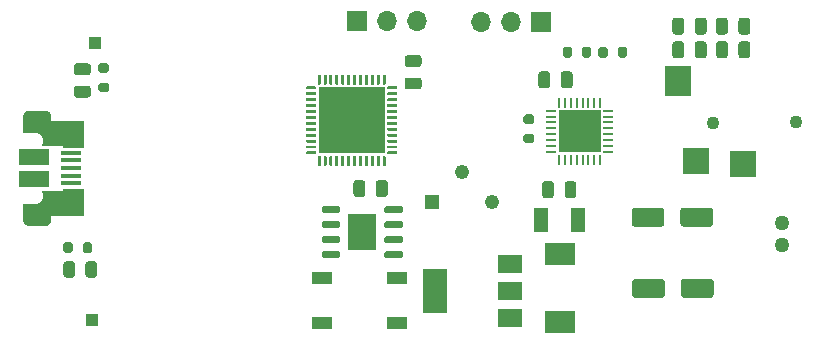
<source format=gbr>
%TF.GenerationSoftware,KiCad,Pcbnew,(5.1.9)-1*%
%TF.CreationDate,2021-04-11T16:36:30+08:00*%
%TF.ProjectId,st_usbAudioV1_demo,73745f75-7362-4417-9564-696f56315f64,rev?*%
%TF.SameCoordinates,Original*%
%TF.FileFunction,Soldermask,Top*%
%TF.FilePolarity,Negative*%
%FSLAX46Y46*%
G04 Gerber Fmt 4.6, Leading zero omitted, Abs format (unit mm)*
G04 Created by KiCad (PCBNEW (5.1.9)-1) date 2021-04-11 16:36:30*
%MOMM*%
%LPD*%
G01*
G04 APERTURE LIST*
%ADD10C,0.010000*%
%ADD11C,0.001000*%
%ADD12O,1.700000X1.700000*%
%ADD13R,1.700000X1.700000*%
%ADD14R,1.000000X1.000000*%
%ADD15R,1.200000X2.000000*%
%ADD16R,2.540800X1.870200*%
%ADD17O,2.100000X1.050000*%
%ADD18O,1.600000X0.800000*%
%ADD19R,2.500000X1.375000*%
%ADD20R,1.750000X0.400000*%
%ADD21R,1.700000X1.000000*%
%ADD22R,2.410000X3.100000*%
%ADD23R,3.606800X3.606800*%
%ADD24R,0.254800X0.807999*%
%ADD25R,0.807999X0.254800*%
%ADD26R,2.000000X1.500000*%
%ADD27R,2.000000X3.800000*%
%ADD28R,5.600000X5.600000*%
%ADD29R,1.222000X1.222000*%
%ADD30C,1.222000*%
%ADD31C,1.258000*%
%ADD32C,1.100000*%
%ADD33R,2.200000X2.500000*%
%ADD34R,2.200000X2.300000*%
G04 APERTURE END LIST*
D10*
%TO.C,USB1*%
G36*
X123332000Y-75202620D02*
G01*
X123332000Y-77400000D01*
X121685270Y-77400000D01*
X121685270Y-75202620D01*
X123332000Y-75202620D01*
G37*
X123332000Y-75202620D02*
X123332000Y-77400000D01*
X121685270Y-77400000D01*
X121685270Y-75202620D01*
X123332000Y-75202620D01*
G36*
X123332000Y-69394570D02*
G01*
X123332000Y-71600000D01*
X121685060Y-71600000D01*
X121685060Y-69394570D01*
X123332000Y-69394570D01*
G37*
X123332000Y-69394570D02*
X123332000Y-71600000D01*
X121685060Y-71600000D01*
X121685060Y-69394570D01*
X123332000Y-69394570D01*
D11*
G36*
X119872000Y-75375000D02*
G01*
X121632000Y-75375000D01*
X121632000Y-77400000D01*
X120582000Y-77400000D01*
X120582000Y-77750000D01*
X120580494Y-77773081D01*
X120577395Y-77800285D01*
X120572876Y-77827290D01*
X120566949Y-77854021D01*
X120559632Y-77880406D01*
X120550944Y-77906371D01*
X120540910Y-77931846D01*
X120529555Y-77956761D01*
X120516912Y-77981048D01*
X120503016Y-78004639D01*
X120487904Y-78027471D01*
X120471617Y-78049481D01*
X120454201Y-78070609D01*
X120435703Y-78090795D01*
X120416174Y-78109986D01*
X120395668Y-78128129D01*
X120374240Y-78145174D01*
X120351949Y-78161074D01*
X120328857Y-78175785D01*
X120305026Y-78189268D01*
X120280523Y-78201485D01*
X120255413Y-78212403D01*
X120229767Y-78221991D01*
X120203654Y-78230225D01*
X120177146Y-78237080D01*
X120150315Y-78242539D01*
X120123236Y-78246586D01*
X120095982Y-78249210D01*
X120068627Y-78250405D01*
X120037000Y-78250000D01*
X118827000Y-78250000D01*
X118795373Y-78250405D01*
X118768018Y-78249210D01*
X118740764Y-78246586D01*
X118713685Y-78242539D01*
X118686854Y-78237080D01*
X118660346Y-78230225D01*
X118634233Y-78221991D01*
X118608587Y-78212403D01*
X118583477Y-78201485D01*
X118558974Y-78189268D01*
X118535143Y-78175785D01*
X118512051Y-78161074D01*
X118489760Y-78145174D01*
X118468332Y-78128129D01*
X118447826Y-78109986D01*
X118428297Y-78090795D01*
X118409799Y-78070609D01*
X118392383Y-78049481D01*
X118376096Y-78027471D01*
X118360984Y-78004639D01*
X118347088Y-77981048D01*
X118334445Y-77956761D01*
X118323090Y-77931846D01*
X118313056Y-77906371D01*
X118304368Y-77880406D01*
X118297051Y-77854021D01*
X118291124Y-77827290D01*
X118286605Y-77800285D01*
X118283506Y-77773081D01*
X118282000Y-77750000D01*
X118282000Y-76425000D01*
X119432000Y-76425000D01*
X119472043Y-76415042D01*
X119514448Y-76401672D01*
X119555912Y-76385617D01*
X119596263Y-76366943D01*
X119635338Y-76345727D01*
X119672976Y-76322056D01*
X119709024Y-76296026D01*
X119743332Y-76267744D01*
X119775762Y-76237326D01*
X119806180Y-76204896D01*
X119834462Y-76170587D01*
X119860492Y-76134540D01*
X119884164Y-76096902D01*
X119905380Y-76057827D01*
X119924053Y-76017475D01*
X119940108Y-75976012D01*
X119953479Y-75933606D01*
X119964110Y-75890433D01*
X119971958Y-75846668D01*
X119976991Y-75802491D01*
X119979189Y-75758082D01*
X119978542Y-75713624D01*
X119975054Y-75669298D01*
X119968738Y-75625286D01*
X119959620Y-75581767D01*
X119947738Y-75538921D01*
X119933140Y-75496923D01*
X119915886Y-75455944D01*
X119896046Y-75416153D01*
X119872000Y-75375000D01*
G37*
X119872000Y-75375000D02*
X121632000Y-75375000D01*
X121632000Y-77400000D01*
X120582000Y-77400000D01*
X120582000Y-77750000D01*
X120580494Y-77773081D01*
X120577395Y-77800285D01*
X120572876Y-77827290D01*
X120566949Y-77854021D01*
X120559632Y-77880406D01*
X120550944Y-77906371D01*
X120540910Y-77931846D01*
X120529555Y-77956761D01*
X120516912Y-77981048D01*
X120503016Y-78004639D01*
X120487904Y-78027471D01*
X120471617Y-78049481D01*
X120454201Y-78070609D01*
X120435703Y-78090795D01*
X120416174Y-78109986D01*
X120395668Y-78128129D01*
X120374240Y-78145174D01*
X120351949Y-78161074D01*
X120328857Y-78175785D01*
X120305026Y-78189268D01*
X120280523Y-78201485D01*
X120255413Y-78212403D01*
X120229767Y-78221991D01*
X120203654Y-78230225D01*
X120177146Y-78237080D01*
X120150315Y-78242539D01*
X120123236Y-78246586D01*
X120095982Y-78249210D01*
X120068627Y-78250405D01*
X120037000Y-78250000D01*
X118827000Y-78250000D01*
X118795373Y-78250405D01*
X118768018Y-78249210D01*
X118740764Y-78246586D01*
X118713685Y-78242539D01*
X118686854Y-78237080D01*
X118660346Y-78230225D01*
X118634233Y-78221991D01*
X118608587Y-78212403D01*
X118583477Y-78201485D01*
X118558974Y-78189268D01*
X118535143Y-78175785D01*
X118512051Y-78161074D01*
X118489760Y-78145174D01*
X118468332Y-78128129D01*
X118447826Y-78109986D01*
X118428297Y-78090795D01*
X118409799Y-78070609D01*
X118392383Y-78049481D01*
X118376096Y-78027471D01*
X118360984Y-78004639D01*
X118347088Y-77981048D01*
X118334445Y-77956761D01*
X118323090Y-77931846D01*
X118313056Y-77906371D01*
X118304368Y-77880406D01*
X118297051Y-77854021D01*
X118291124Y-77827290D01*
X118286605Y-77800285D01*
X118283506Y-77773081D01*
X118282000Y-77750000D01*
X118282000Y-76425000D01*
X119432000Y-76425000D01*
X119472043Y-76415042D01*
X119514448Y-76401672D01*
X119555912Y-76385617D01*
X119596263Y-76366943D01*
X119635338Y-76345727D01*
X119672976Y-76322056D01*
X119709024Y-76296026D01*
X119743332Y-76267744D01*
X119775762Y-76237326D01*
X119806180Y-76204896D01*
X119834462Y-76170587D01*
X119860492Y-76134540D01*
X119884164Y-76096902D01*
X119905380Y-76057827D01*
X119924053Y-76017475D01*
X119940108Y-75976012D01*
X119953479Y-75933606D01*
X119964110Y-75890433D01*
X119971958Y-75846668D01*
X119976991Y-75802491D01*
X119979189Y-75758082D01*
X119978542Y-75713624D01*
X119975054Y-75669298D01*
X119968738Y-75625286D01*
X119959620Y-75581767D01*
X119947738Y-75538921D01*
X119933140Y-75496923D01*
X119915886Y-75455944D01*
X119896046Y-75416153D01*
X119872000Y-75375000D01*
G36*
X119872000Y-71425000D02*
G01*
X121632000Y-71425000D01*
X121632000Y-69400000D01*
X120582000Y-69400000D01*
X120582000Y-69050000D01*
X120580494Y-69026919D01*
X120577395Y-68999715D01*
X120572876Y-68972710D01*
X120566949Y-68945979D01*
X120559632Y-68919594D01*
X120550944Y-68893629D01*
X120540910Y-68868154D01*
X120529555Y-68843239D01*
X120516912Y-68818952D01*
X120503016Y-68795361D01*
X120487904Y-68772529D01*
X120471617Y-68750519D01*
X120454201Y-68729391D01*
X120435703Y-68709205D01*
X120416174Y-68690014D01*
X120395668Y-68671871D01*
X120374240Y-68654826D01*
X120351949Y-68638926D01*
X120328857Y-68624215D01*
X120305026Y-68610732D01*
X120280523Y-68598515D01*
X120255413Y-68587597D01*
X120229767Y-68578009D01*
X120203654Y-68569775D01*
X120177146Y-68562920D01*
X120150315Y-68557461D01*
X120123236Y-68553414D01*
X120095982Y-68550790D01*
X120068627Y-68549595D01*
X120037000Y-68550000D01*
X118827000Y-68550000D01*
X118795373Y-68549595D01*
X118768018Y-68550790D01*
X118740764Y-68553414D01*
X118713685Y-68557461D01*
X118686854Y-68562920D01*
X118660346Y-68569775D01*
X118634233Y-68578009D01*
X118608587Y-68587597D01*
X118583477Y-68598515D01*
X118558974Y-68610732D01*
X118535143Y-68624215D01*
X118512051Y-68638926D01*
X118489760Y-68654826D01*
X118468332Y-68671871D01*
X118447826Y-68690014D01*
X118428297Y-68709205D01*
X118409799Y-68729391D01*
X118392383Y-68750519D01*
X118376096Y-68772529D01*
X118360984Y-68795361D01*
X118347088Y-68818952D01*
X118334445Y-68843239D01*
X118323090Y-68868154D01*
X118313056Y-68893629D01*
X118304368Y-68919594D01*
X118297051Y-68945979D01*
X118291124Y-68972710D01*
X118286605Y-68999715D01*
X118283506Y-69026919D01*
X118282000Y-69050000D01*
X118282000Y-70375000D01*
X119432000Y-70375000D01*
X119472043Y-70384958D01*
X119514448Y-70398328D01*
X119555912Y-70414383D01*
X119596263Y-70433057D01*
X119635338Y-70454273D01*
X119672976Y-70477944D01*
X119709024Y-70503974D01*
X119743332Y-70532256D01*
X119775762Y-70562674D01*
X119806180Y-70595104D01*
X119834462Y-70629413D01*
X119860492Y-70665460D01*
X119884164Y-70703098D01*
X119905380Y-70742173D01*
X119924053Y-70782525D01*
X119940108Y-70823988D01*
X119953479Y-70866394D01*
X119964110Y-70909567D01*
X119971958Y-70953332D01*
X119976991Y-70997509D01*
X119979189Y-71041918D01*
X119978542Y-71086376D01*
X119975054Y-71130702D01*
X119968738Y-71174714D01*
X119959620Y-71218233D01*
X119947738Y-71261079D01*
X119933140Y-71303077D01*
X119915886Y-71344056D01*
X119896046Y-71383847D01*
X119872000Y-71425000D01*
G37*
X119872000Y-71425000D02*
X121632000Y-71425000D01*
X121632000Y-69400000D01*
X120582000Y-69400000D01*
X120582000Y-69050000D01*
X120580494Y-69026919D01*
X120577395Y-68999715D01*
X120572876Y-68972710D01*
X120566949Y-68945979D01*
X120559632Y-68919594D01*
X120550944Y-68893629D01*
X120540910Y-68868154D01*
X120529555Y-68843239D01*
X120516912Y-68818952D01*
X120503016Y-68795361D01*
X120487904Y-68772529D01*
X120471617Y-68750519D01*
X120454201Y-68729391D01*
X120435703Y-68709205D01*
X120416174Y-68690014D01*
X120395668Y-68671871D01*
X120374240Y-68654826D01*
X120351949Y-68638926D01*
X120328857Y-68624215D01*
X120305026Y-68610732D01*
X120280523Y-68598515D01*
X120255413Y-68587597D01*
X120229767Y-68578009D01*
X120203654Y-68569775D01*
X120177146Y-68562920D01*
X120150315Y-68557461D01*
X120123236Y-68553414D01*
X120095982Y-68550790D01*
X120068627Y-68549595D01*
X120037000Y-68550000D01*
X118827000Y-68550000D01*
X118795373Y-68549595D01*
X118768018Y-68550790D01*
X118740764Y-68553414D01*
X118713685Y-68557461D01*
X118686854Y-68562920D01*
X118660346Y-68569775D01*
X118634233Y-68578009D01*
X118608587Y-68587597D01*
X118583477Y-68598515D01*
X118558974Y-68610732D01*
X118535143Y-68624215D01*
X118512051Y-68638926D01*
X118489760Y-68654826D01*
X118468332Y-68671871D01*
X118447826Y-68690014D01*
X118428297Y-68709205D01*
X118409799Y-68729391D01*
X118392383Y-68750519D01*
X118376096Y-68772529D01*
X118360984Y-68795361D01*
X118347088Y-68818952D01*
X118334445Y-68843239D01*
X118323090Y-68868154D01*
X118313056Y-68893629D01*
X118304368Y-68919594D01*
X118297051Y-68945979D01*
X118291124Y-68972710D01*
X118286605Y-68999715D01*
X118283506Y-69026919D01*
X118282000Y-69050000D01*
X118282000Y-70375000D01*
X119432000Y-70375000D01*
X119472043Y-70384958D01*
X119514448Y-70398328D01*
X119555912Y-70414383D01*
X119596263Y-70433057D01*
X119635338Y-70454273D01*
X119672976Y-70477944D01*
X119709024Y-70503974D01*
X119743332Y-70532256D01*
X119775762Y-70562674D01*
X119806180Y-70595104D01*
X119834462Y-70629413D01*
X119860492Y-70665460D01*
X119884164Y-70703098D01*
X119905380Y-70742173D01*
X119924053Y-70782525D01*
X119940108Y-70823988D01*
X119953479Y-70866394D01*
X119964110Y-70909567D01*
X119971958Y-70953332D01*
X119976991Y-70997509D01*
X119979189Y-71041918D01*
X119978542Y-71086376D01*
X119975054Y-71130702D01*
X119968738Y-71174714D01*
X119959620Y-71218233D01*
X119947738Y-71261079D01*
X119933140Y-71303077D01*
X119915886Y-71344056D01*
X119896046Y-71383847D01*
X119872000Y-71425000D01*
%TD*%
D12*
%TO.C,J1*%
X151640000Y-61000000D03*
X149100000Y-61000000D03*
D13*
X146560000Y-61000000D03*
%TD*%
D14*
%TO.C,RST*%
X124150000Y-86250000D03*
%TD*%
%TO.C,BT0*%
X124350000Y-62800000D03*
%TD*%
D15*
%TO.C,L1*%
X165300000Y-77800000D03*
X162100000Y-77800000D03*
%TD*%
D16*
%TO.C,C8*%
X163700000Y-86431399D03*
X163700000Y-80668601D03*
%TD*%
D17*
%TO.C,USB1*%
X119432000Y-69300000D03*
X119432000Y-77500000D03*
D18*
X122512000Y-75825000D03*
X122512000Y-70975000D03*
D19*
X119232000Y-74337500D03*
X119232000Y-72462500D03*
D20*
X122307000Y-74700000D03*
X122307000Y-74050000D03*
X122307000Y-73400000D03*
X122307000Y-72750000D03*
X122307000Y-72100000D03*
%TD*%
D21*
%TO.C,SW3*%
X149900000Y-86500000D03*
X143600000Y-86500000D03*
X143600000Y-82700000D03*
X149900000Y-82700000D03*
%TD*%
D22*
%TO.C,U5*%
X147000000Y-78840000D03*
G36*
G01*
X145150000Y-80595000D02*
X145150000Y-80895000D01*
G75*
G02*
X145000000Y-81045000I-150000J0D01*
G01*
X143700000Y-81045000D01*
G75*
G02*
X143550000Y-80895000I0J150000D01*
G01*
X143550000Y-80595000D01*
G75*
G02*
X143700000Y-80445000I150000J0D01*
G01*
X145000000Y-80445000D01*
G75*
G02*
X145150000Y-80595000I0J-150000D01*
G01*
G37*
G36*
G01*
X145150000Y-79325000D02*
X145150000Y-79625000D01*
G75*
G02*
X145000000Y-79775000I-150000J0D01*
G01*
X143700000Y-79775000D01*
G75*
G02*
X143550000Y-79625000I0J150000D01*
G01*
X143550000Y-79325000D01*
G75*
G02*
X143700000Y-79175000I150000J0D01*
G01*
X145000000Y-79175000D01*
G75*
G02*
X145150000Y-79325000I0J-150000D01*
G01*
G37*
G36*
G01*
X145150000Y-78055000D02*
X145150000Y-78355000D01*
G75*
G02*
X145000000Y-78505000I-150000J0D01*
G01*
X143700000Y-78505000D01*
G75*
G02*
X143550000Y-78355000I0J150000D01*
G01*
X143550000Y-78055000D01*
G75*
G02*
X143700000Y-77905000I150000J0D01*
G01*
X145000000Y-77905000D01*
G75*
G02*
X145150000Y-78055000I0J-150000D01*
G01*
G37*
G36*
G01*
X145150000Y-76785000D02*
X145150000Y-77085000D01*
G75*
G02*
X145000000Y-77235000I-150000J0D01*
G01*
X143700000Y-77235000D01*
G75*
G02*
X143550000Y-77085000I0J150000D01*
G01*
X143550000Y-76785000D01*
G75*
G02*
X143700000Y-76635000I150000J0D01*
G01*
X145000000Y-76635000D01*
G75*
G02*
X145150000Y-76785000I0J-150000D01*
G01*
G37*
G36*
G01*
X150450000Y-76785000D02*
X150450000Y-77085000D01*
G75*
G02*
X150300000Y-77235000I-150000J0D01*
G01*
X149000000Y-77235000D01*
G75*
G02*
X148850000Y-77085000I0J150000D01*
G01*
X148850000Y-76785000D01*
G75*
G02*
X149000000Y-76635000I150000J0D01*
G01*
X150300000Y-76635000D01*
G75*
G02*
X150450000Y-76785000I0J-150000D01*
G01*
G37*
G36*
G01*
X150450000Y-78055000D02*
X150450000Y-78355000D01*
G75*
G02*
X150300000Y-78505000I-150000J0D01*
G01*
X149000000Y-78505000D01*
G75*
G02*
X148850000Y-78355000I0J150000D01*
G01*
X148850000Y-78055000D01*
G75*
G02*
X149000000Y-77905000I150000J0D01*
G01*
X150300000Y-77905000D01*
G75*
G02*
X150450000Y-78055000I0J-150000D01*
G01*
G37*
G36*
G01*
X150450000Y-79325000D02*
X150450000Y-79625000D01*
G75*
G02*
X150300000Y-79775000I-150000J0D01*
G01*
X149000000Y-79775000D01*
G75*
G02*
X148850000Y-79625000I0J150000D01*
G01*
X148850000Y-79325000D01*
G75*
G02*
X149000000Y-79175000I150000J0D01*
G01*
X150300000Y-79175000D01*
G75*
G02*
X150450000Y-79325000I0J-150000D01*
G01*
G37*
G36*
G01*
X150450000Y-80595000D02*
X150450000Y-80895000D01*
G75*
G02*
X150300000Y-81045000I-150000J0D01*
G01*
X149000000Y-81045000D01*
G75*
G02*
X148850000Y-80895000I0J150000D01*
G01*
X148850000Y-80595000D01*
G75*
G02*
X149000000Y-80445000I150000J0D01*
G01*
X150300000Y-80445000D01*
G75*
G02*
X150450000Y-80595000I0J-150000D01*
G01*
G37*
%TD*%
D23*
%TO.C,U4*%
X165400000Y-70300000D03*
D24*
X167149999Y-72697900D03*
X166650000Y-72697900D03*
X166150001Y-72697900D03*
X165650000Y-72697900D03*
X165150000Y-72697900D03*
X164649999Y-72697900D03*
X164150000Y-72697900D03*
X163650001Y-72697900D03*
D25*
X163002100Y-72049999D03*
X163002100Y-71550000D03*
X163002100Y-71050001D03*
X163002100Y-70550000D03*
X163002100Y-70050000D03*
X163002100Y-69549999D03*
X163002100Y-69050000D03*
X163002100Y-68550001D03*
D24*
X163650001Y-67902100D03*
X164150000Y-67902100D03*
X164649999Y-67902100D03*
X165150000Y-67902100D03*
X165650000Y-67902100D03*
X166150001Y-67902100D03*
X166650000Y-67902100D03*
X167149999Y-67902100D03*
D25*
X167797900Y-68550001D03*
X167797900Y-69050000D03*
X167797900Y-69549999D03*
X167797900Y-70050000D03*
X167797900Y-70550000D03*
X167797900Y-71050001D03*
X167797900Y-71550000D03*
X167797900Y-72049999D03*
%TD*%
D26*
%TO.C,U3*%
X159475000Y-86150000D03*
X159475000Y-81550000D03*
X159475000Y-83850000D03*
D27*
X153175000Y-83850000D03*
%TD*%
D28*
%TO.C,U1*%
X146094000Y-69380000D03*
G36*
G01*
X143219000Y-66317500D02*
X143219000Y-65567500D01*
G75*
G02*
X143281500Y-65505000I62500J0D01*
G01*
X143406500Y-65505000D01*
G75*
G02*
X143469000Y-65567500I0J-62500D01*
G01*
X143469000Y-66317500D01*
G75*
G02*
X143406500Y-66380000I-62500J0D01*
G01*
X143281500Y-66380000D01*
G75*
G02*
X143219000Y-66317500I0J62500D01*
G01*
G37*
G36*
G01*
X143719000Y-66317500D02*
X143719000Y-65567500D01*
G75*
G02*
X143781500Y-65505000I62500J0D01*
G01*
X143906500Y-65505000D01*
G75*
G02*
X143969000Y-65567500I0J-62500D01*
G01*
X143969000Y-66317500D01*
G75*
G02*
X143906500Y-66380000I-62500J0D01*
G01*
X143781500Y-66380000D01*
G75*
G02*
X143719000Y-66317500I0J62500D01*
G01*
G37*
G36*
G01*
X144219000Y-66317500D02*
X144219000Y-65567500D01*
G75*
G02*
X144281500Y-65505000I62500J0D01*
G01*
X144406500Y-65505000D01*
G75*
G02*
X144469000Y-65567500I0J-62500D01*
G01*
X144469000Y-66317500D01*
G75*
G02*
X144406500Y-66380000I-62500J0D01*
G01*
X144281500Y-66380000D01*
G75*
G02*
X144219000Y-66317500I0J62500D01*
G01*
G37*
G36*
G01*
X144719000Y-66317500D02*
X144719000Y-65567500D01*
G75*
G02*
X144781500Y-65505000I62500J0D01*
G01*
X144906500Y-65505000D01*
G75*
G02*
X144969000Y-65567500I0J-62500D01*
G01*
X144969000Y-66317500D01*
G75*
G02*
X144906500Y-66380000I-62500J0D01*
G01*
X144781500Y-66380000D01*
G75*
G02*
X144719000Y-66317500I0J62500D01*
G01*
G37*
G36*
G01*
X145219000Y-66317500D02*
X145219000Y-65567500D01*
G75*
G02*
X145281500Y-65505000I62500J0D01*
G01*
X145406500Y-65505000D01*
G75*
G02*
X145469000Y-65567500I0J-62500D01*
G01*
X145469000Y-66317500D01*
G75*
G02*
X145406500Y-66380000I-62500J0D01*
G01*
X145281500Y-66380000D01*
G75*
G02*
X145219000Y-66317500I0J62500D01*
G01*
G37*
G36*
G01*
X145719000Y-66317500D02*
X145719000Y-65567500D01*
G75*
G02*
X145781500Y-65505000I62500J0D01*
G01*
X145906500Y-65505000D01*
G75*
G02*
X145969000Y-65567500I0J-62500D01*
G01*
X145969000Y-66317500D01*
G75*
G02*
X145906500Y-66380000I-62500J0D01*
G01*
X145781500Y-66380000D01*
G75*
G02*
X145719000Y-66317500I0J62500D01*
G01*
G37*
G36*
G01*
X146219000Y-66317500D02*
X146219000Y-65567500D01*
G75*
G02*
X146281500Y-65505000I62500J0D01*
G01*
X146406500Y-65505000D01*
G75*
G02*
X146469000Y-65567500I0J-62500D01*
G01*
X146469000Y-66317500D01*
G75*
G02*
X146406500Y-66380000I-62500J0D01*
G01*
X146281500Y-66380000D01*
G75*
G02*
X146219000Y-66317500I0J62500D01*
G01*
G37*
G36*
G01*
X146719000Y-66317500D02*
X146719000Y-65567500D01*
G75*
G02*
X146781500Y-65505000I62500J0D01*
G01*
X146906500Y-65505000D01*
G75*
G02*
X146969000Y-65567500I0J-62500D01*
G01*
X146969000Y-66317500D01*
G75*
G02*
X146906500Y-66380000I-62500J0D01*
G01*
X146781500Y-66380000D01*
G75*
G02*
X146719000Y-66317500I0J62500D01*
G01*
G37*
G36*
G01*
X147219000Y-66317500D02*
X147219000Y-65567500D01*
G75*
G02*
X147281500Y-65505000I62500J0D01*
G01*
X147406500Y-65505000D01*
G75*
G02*
X147469000Y-65567500I0J-62500D01*
G01*
X147469000Y-66317500D01*
G75*
G02*
X147406500Y-66380000I-62500J0D01*
G01*
X147281500Y-66380000D01*
G75*
G02*
X147219000Y-66317500I0J62500D01*
G01*
G37*
G36*
G01*
X147719000Y-66317500D02*
X147719000Y-65567500D01*
G75*
G02*
X147781500Y-65505000I62500J0D01*
G01*
X147906500Y-65505000D01*
G75*
G02*
X147969000Y-65567500I0J-62500D01*
G01*
X147969000Y-66317500D01*
G75*
G02*
X147906500Y-66380000I-62500J0D01*
G01*
X147781500Y-66380000D01*
G75*
G02*
X147719000Y-66317500I0J62500D01*
G01*
G37*
G36*
G01*
X148219000Y-66317500D02*
X148219000Y-65567500D01*
G75*
G02*
X148281500Y-65505000I62500J0D01*
G01*
X148406500Y-65505000D01*
G75*
G02*
X148469000Y-65567500I0J-62500D01*
G01*
X148469000Y-66317500D01*
G75*
G02*
X148406500Y-66380000I-62500J0D01*
G01*
X148281500Y-66380000D01*
G75*
G02*
X148219000Y-66317500I0J62500D01*
G01*
G37*
G36*
G01*
X148719000Y-66317500D02*
X148719000Y-65567500D01*
G75*
G02*
X148781500Y-65505000I62500J0D01*
G01*
X148906500Y-65505000D01*
G75*
G02*
X148969000Y-65567500I0J-62500D01*
G01*
X148969000Y-66317500D01*
G75*
G02*
X148906500Y-66380000I-62500J0D01*
G01*
X148781500Y-66380000D01*
G75*
G02*
X148719000Y-66317500I0J62500D01*
G01*
G37*
G36*
G01*
X149094000Y-66692500D02*
X149094000Y-66567500D01*
G75*
G02*
X149156500Y-66505000I62500J0D01*
G01*
X149906500Y-66505000D01*
G75*
G02*
X149969000Y-66567500I0J-62500D01*
G01*
X149969000Y-66692500D01*
G75*
G02*
X149906500Y-66755000I-62500J0D01*
G01*
X149156500Y-66755000D01*
G75*
G02*
X149094000Y-66692500I0J62500D01*
G01*
G37*
G36*
G01*
X149094000Y-67192500D02*
X149094000Y-67067500D01*
G75*
G02*
X149156500Y-67005000I62500J0D01*
G01*
X149906500Y-67005000D01*
G75*
G02*
X149969000Y-67067500I0J-62500D01*
G01*
X149969000Y-67192500D01*
G75*
G02*
X149906500Y-67255000I-62500J0D01*
G01*
X149156500Y-67255000D01*
G75*
G02*
X149094000Y-67192500I0J62500D01*
G01*
G37*
G36*
G01*
X149094000Y-67692500D02*
X149094000Y-67567500D01*
G75*
G02*
X149156500Y-67505000I62500J0D01*
G01*
X149906500Y-67505000D01*
G75*
G02*
X149969000Y-67567500I0J-62500D01*
G01*
X149969000Y-67692500D01*
G75*
G02*
X149906500Y-67755000I-62500J0D01*
G01*
X149156500Y-67755000D01*
G75*
G02*
X149094000Y-67692500I0J62500D01*
G01*
G37*
G36*
G01*
X149094000Y-68192500D02*
X149094000Y-68067500D01*
G75*
G02*
X149156500Y-68005000I62500J0D01*
G01*
X149906500Y-68005000D01*
G75*
G02*
X149969000Y-68067500I0J-62500D01*
G01*
X149969000Y-68192500D01*
G75*
G02*
X149906500Y-68255000I-62500J0D01*
G01*
X149156500Y-68255000D01*
G75*
G02*
X149094000Y-68192500I0J62500D01*
G01*
G37*
G36*
G01*
X149094000Y-68692500D02*
X149094000Y-68567500D01*
G75*
G02*
X149156500Y-68505000I62500J0D01*
G01*
X149906500Y-68505000D01*
G75*
G02*
X149969000Y-68567500I0J-62500D01*
G01*
X149969000Y-68692500D01*
G75*
G02*
X149906500Y-68755000I-62500J0D01*
G01*
X149156500Y-68755000D01*
G75*
G02*
X149094000Y-68692500I0J62500D01*
G01*
G37*
G36*
G01*
X149094000Y-69192500D02*
X149094000Y-69067500D01*
G75*
G02*
X149156500Y-69005000I62500J0D01*
G01*
X149906500Y-69005000D01*
G75*
G02*
X149969000Y-69067500I0J-62500D01*
G01*
X149969000Y-69192500D01*
G75*
G02*
X149906500Y-69255000I-62500J0D01*
G01*
X149156500Y-69255000D01*
G75*
G02*
X149094000Y-69192500I0J62500D01*
G01*
G37*
G36*
G01*
X149094000Y-69692500D02*
X149094000Y-69567500D01*
G75*
G02*
X149156500Y-69505000I62500J0D01*
G01*
X149906500Y-69505000D01*
G75*
G02*
X149969000Y-69567500I0J-62500D01*
G01*
X149969000Y-69692500D01*
G75*
G02*
X149906500Y-69755000I-62500J0D01*
G01*
X149156500Y-69755000D01*
G75*
G02*
X149094000Y-69692500I0J62500D01*
G01*
G37*
G36*
G01*
X149094000Y-70192500D02*
X149094000Y-70067500D01*
G75*
G02*
X149156500Y-70005000I62500J0D01*
G01*
X149906500Y-70005000D01*
G75*
G02*
X149969000Y-70067500I0J-62500D01*
G01*
X149969000Y-70192500D01*
G75*
G02*
X149906500Y-70255000I-62500J0D01*
G01*
X149156500Y-70255000D01*
G75*
G02*
X149094000Y-70192500I0J62500D01*
G01*
G37*
G36*
G01*
X149094000Y-70692500D02*
X149094000Y-70567500D01*
G75*
G02*
X149156500Y-70505000I62500J0D01*
G01*
X149906500Y-70505000D01*
G75*
G02*
X149969000Y-70567500I0J-62500D01*
G01*
X149969000Y-70692500D01*
G75*
G02*
X149906500Y-70755000I-62500J0D01*
G01*
X149156500Y-70755000D01*
G75*
G02*
X149094000Y-70692500I0J62500D01*
G01*
G37*
G36*
G01*
X149094000Y-71192500D02*
X149094000Y-71067500D01*
G75*
G02*
X149156500Y-71005000I62500J0D01*
G01*
X149906500Y-71005000D01*
G75*
G02*
X149969000Y-71067500I0J-62500D01*
G01*
X149969000Y-71192500D01*
G75*
G02*
X149906500Y-71255000I-62500J0D01*
G01*
X149156500Y-71255000D01*
G75*
G02*
X149094000Y-71192500I0J62500D01*
G01*
G37*
G36*
G01*
X149094000Y-71692500D02*
X149094000Y-71567500D01*
G75*
G02*
X149156500Y-71505000I62500J0D01*
G01*
X149906500Y-71505000D01*
G75*
G02*
X149969000Y-71567500I0J-62500D01*
G01*
X149969000Y-71692500D01*
G75*
G02*
X149906500Y-71755000I-62500J0D01*
G01*
X149156500Y-71755000D01*
G75*
G02*
X149094000Y-71692500I0J62500D01*
G01*
G37*
G36*
G01*
X149094000Y-72192500D02*
X149094000Y-72067500D01*
G75*
G02*
X149156500Y-72005000I62500J0D01*
G01*
X149906500Y-72005000D01*
G75*
G02*
X149969000Y-72067500I0J-62500D01*
G01*
X149969000Y-72192500D01*
G75*
G02*
X149906500Y-72255000I-62500J0D01*
G01*
X149156500Y-72255000D01*
G75*
G02*
X149094000Y-72192500I0J62500D01*
G01*
G37*
G36*
G01*
X148719000Y-73192500D02*
X148719000Y-72442500D01*
G75*
G02*
X148781500Y-72380000I62500J0D01*
G01*
X148906500Y-72380000D01*
G75*
G02*
X148969000Y-72442500I0J-62500D01*
G01*
X148969000Y-73192500D01*
G75*
G02*
X148906500Y-73255000I-62500J0D01*
G01*
X148781500Y-73255000D01*
G75*
G02*
X148719000Y-73192500I0J62500D01*
G01*
G37*
G36*
G01*
X148219000Y-73192500D02*
X148219000Y-72442500D01*
G75*
G02*
X148281500Y-72380000I62500J0D01*
G01*
X148406500Y-72380000D01*
G75*
G02*
X148469000Y-72442500I0J-62500D01*
G01*
X148469000Y-73192500D01*
G75*
G02*
X148406500Y-73255000I-62500J0D01*
G01*
X148281500Y-73255000D01*
G75*
G02*
X148219000Y-73192500I0J62500D01*
G01*
G37*
G36*
G01*
X147719000Y-73192500D02*
X147719000Y-72442500D01*
G75*
G02*
X147781500Y-72380000I62500J0D01*
G01*
X147906500Y-72380000D01*
G75*
G02*
X147969000Y-72442500I0J-62500D01*
G01*
X147969000Y-73192500D01*
G75*
G02*
X147906500Y-73255000I-62500J0D01*
G01*
X147781500Y-73255000D01*
G75*
G02*
X147719000Y-73192500I0J62500D01*
G01*
G37*
G36*
G01*
X147219000Y-73192500D02*
X147219000Y-72442500D01*
G75*
G02*
X147281500Y-72380000I62500J0D01*
G01*
X147406500Y-72380000D01*
G75*
G02*
X147469000Y-72442500I0J-62500D01*
G01*
X147469000Y-73192500D01*
G75*
G02*
X147406500Y-73255000I-62500J0D01*
G01*
X147281500Y-73255000D01*
G75*
G02*
X147219000Y-73192500I0J62500D01*
G01*
G37*
G36*
G01*
X146719000Y-73192500D02*
X146719000Y-72442500D01*
G75*
G02*
X146781500Y-72380000I62500J0D01*
G01*
X146906500Y-72380000D01*
G75*
G02*
X146969000Y-72442500I0J-62500D01*
G01*
X146969000Y-73192500D01*
G75*
G02*
X146906500Y-73255000I-62500J0D01*
G01*
X146781500Y-73255000D01*
G75*
G02*
X146719000Y-73192500I0J62500D01*
G01*
G37*
G36*
G01*
X146219000Y-73192500D02*
X146219000Y-72442500D01*
G75*
G02*
X146281500Y-72380000I62500J0D01*
G01*
X146406500Y-72380000D01*
G75*
G02*
X146469000Y-72442500I0J-62500D01*
G01*
X146469000Y-73192500D01*
G75*
G02*
X146406500Y-73255000I-62500J0D01*
G01*
X146281500Y-73255000D01*
G75*
G02*
X146219000Y-73192500I0J62500D01*
G01*
G37*
G36*
G01*
X145719000Y-73192500D02*
X145719000Y-72442500D01*
G75*
G02*
X145781500Y-72380000I62500J0D01*
G01*
X145906500Y-72380000D01*
G75*
G02*
X145969000Y-72442500I0J-62500D01*
G01*
X145969000Y-73192500D01*
G75*
G02*
X145906500Y-73255000I-62500J0D01*
G01*
X145781500Y-73255000D01*
G75*
G02*
X145719000Y-73192500I0J62500D01*
G01*
G37*
G36*
G01*
X145219000Y-73192500D02*
X145219000Y-72442500D01*
G75*
G02*
X145281500Y-72380000I62500J0D01*
G01*
X145406500Y-72380000D01*
G75*
G02*
X145469000Y-72442500I0J-62500D01*
G01*
X145469000Y-73192500D01*
G75*
G02*
X145406500Y-73255000I-62500J0D01*
G01*
X145281500Y-73255000D01*
G75*
G02*
X145219000Y-73192500I0J62500D01*
G01*
G37*
G36*
G01*
X144719000Y-73192500D02*
X144719000Y-72442500D01*
G75*
G02*
X144781500Y-72380000I62500J0D01*
G01*
X144906500Y-72380000D01*
G75*
G02*
X144969000Y-72442500I0J-62500D01*
G01*
X144969000Y-73192500D01*
G75*
G02*
X144906500Y-73255000I-62500J0D01*
G01*
X144781500Y-73255000D01*
G75*
G02*
X144719000Y-73192500I0J62500D01*
G01*
G37*
G36*
G01*
X144219000Y-73192500D02*
X144219000Y-72442500D01*
G75*
G02*
X144281500Y-72380000I62500J0D01*
G01*
X144406500Y-72380000D01*
G75*
G02*
X144469000Y-72442500I0J-62500D01*
G01*
X144469000Y-73192500D01*
G75*
G02*
X144406500Y-73255000I-62500J0D01*
G01*
X144281500Y-73255000D01*
G75*
G02*
X144219000Y-73192500I0J62500D01*
G01*
G37*
G36*
G01*
X143719000Y-73192500D02*
X143719000Y-72442500D01*
G75*
G02*
X143781500Y-72380000I62500J0D01*
G01*
X143906500Y-72380000D01*
G75*
G02*
X143969000Y-72442500I0J-62500D01*
G01*
X143969000Y-73192500D01*
G75*
G02*
X143906500Y-73255000I-62500J0D01*
G01*
X143781500Y-73255000D01*
G75*
G02*
X143719000Y-73192500I0J62500D01*
G01*
G37*
G36*
G01*
X143219000Y-73192500D02*
X143219000Y-72442500D01*
G75*
G02*
X143281500Y-72380000I62500J0D01*
G01*
X143406500Y-72380000D01*
G75*
G02*
X143469000Y-72442500I0J-62500D01*
G01*
X143469000Y-73192500D01*
G75*
G02*
X143406500Y-73255000I-62500J0D01*
G01*
X143281500Y-73255000D01*
G75*
G02*
X143219000Y-73192500I0J62500D01*
G01*
G37*
G36*
G01*
X142219000Y-72192500D02*
X142219000Y-72067500D01*
G75*
G02*
X142281500Y-72005000I62500J0D01*
G01*
X143031500Y-72005000D01*
G75*
G02*
X143094000Y-72067500I0J-62500D01*
G01*
X143094000Y-72192500D01*
G75*
G02*
X143031500Y-72255000I-62500J0D01*
G01*
X142281500Y-72255000D01*
G75*
G02*
X142219000Y-72192500I0J62500D01*
G01*
G37*
G36*
G01*
X142219000Y-71692500D02*
X142219000Y-71567500D01*
G75*
G02*
X142281500Y-71505000I62500J0D01*
G01*
X143031500Y-71505000D01*
G75*
G02*
X143094000Y-71567500I0J-62500D01*
G01*
X143094000Y-71692500D01*
G75*
G02*
X143031500Y-71755000I-62500J0D01*
G01*
X142281500Y-71755000D01*
G75*
G02*
X142219000Y-71692500I0J62500D01*
G01*
G37*
G36*
G01*
X142219000Y-71192500D02*
X142219000Y-71067500D01*
G75*
G02*
X142281500Y-71005000I62500J0D01*
G01*
X143031500Y-71005000D01*
G75*
G02*
X143094000Y-71067500I0J-62500D01*
G01*
X143094000Y-71192500D01*
G75*
G02*
X143031500Y-71255000I-62500J0D01*
G01*
X142281500Y-71255000D01*
G75*
G02*
X142219000Y-71192500I0J62500D01*
G01*
G37*
G36*
G01*
X142219000Y-70692500D02*
X142219000Y-70567500D01*
G75*
G02*
X142281500Y-70505000I62500J0D01*
G01*
X143031500Y-70505000D01*
G75*
G02*
X143094000Y-70567500I0J-62500D01*
G01*
X143094000Y-70692500D01*
G75*
G02*
X143031500Y-70755000I-62500J0D01*
G01*
X142281500Y-70755000D01*
G75*
G02*
X142219000Y-70692500I0J62500D01*
G01*
G37*
G36*
G01*
X142219000Y-70192500D02*
X142219000Y-70067500D01*
G75*
G02*
X142281500Y-70005000I62500J0D01*
G01*
X143031500Y-70005000D01*
G75*
G02*
X143094000Y-70067500I0J-62500D01*
G01*
X143094000Y-70192500D01*
G75*
G02*
X143031500Y-70255000I-62500J0D01*
G01*
X142281500Y-70255000D01*
G75*
G02*
X142219000Y-70192500I0J62500D01*
G01*
G37*
G36*
G01*
X142219000Y-69692500D02*
X142219000Y-69567500D01*
G75*
G02*
X142281500Y-69505000I62500J0D01*
G01*
X143031500Y-69505000D01*
G75*
G02*
X143094000Y-69567500I0J-62500D01*
G01*
X143094000Y-69692500D01*
G75*
G02*
X143031500Y-69755000I-62500J0D01*
G01*
X142281500Y-69755000D01*
G75*
G02*
X142219000Y-69692500I0J62500D01*
G01*
G37*
G36*
G01*
X142219000Y-69192500D02*
X142219000Y-69067500D01*
G75*
G02*
X142281500Y-69005000I62500J0D01*
G01*
X143031500Y-69005000D01*
G75*
G02*
X143094000Y-69067500I0J-62500D01*
G01*
X143094000Y-69192500D01*
G75*
G02*
X143031500Y-69255000I-62500J0D01*
G01*
X142281500Y-69255000D01*
G75*
G02*
X142219000Y-69192500I0J62500D01*
G01*
G37*
G36*
G01*
X142219000Y-68692500D02*
X142219000Y-68567500D01*
G75*
G02*
X142281500Y-68505000I62500J0D01*
G01*
X143031500Y-68505000D01*
G75*
G02*
X143094000Y-68567500I0J-62500D01*
G01*
X143094000Y-68692500D01*
G75*
G02*
X143031500Y-68755000I-62500J0D01*
G01*
X142281500Y-68755000D01*
G75*
G02*
X142219000Y-68692500I0J62500D01*
G01*
G37*
G36*
G01*
X142219000Y-68192500D02*
X142219000Y-68067500D01*
G75*
G02*
X142281500Y-68005000I62500J0D01*
G01*
X143031500Y-68005000D01*
G75*
G02*
X143094000Y-68067500I0J-62500D01*
G01*
X143094000Y-68192500D01*
G75*
G02*
X143031500Y-68255000I-62500J0D01*
G01*
X142281500Y-68255000D01*
G75*
G02*
X142219000Y-68192500I0J62500D01*
G01*
G37*
G36*
G01*
X142219000Y-67692500D02*
X142219000Y-67567500D01*
G75*
G02*
X142281500Y-67505000I62500J0D01*
G01*
X143031500Y-67505000D01*
G75*
G02*
X143094000Y-67567500I0J-62500D01*
G01*
X143094000Y-67692500D01*
G75*
G02*
X143031500Y-67755000I-62500J0D01*
G01*
X142281500Y-67755000D01*
G75*
G02*
X142219000Y-67692500I0J62500D01*
G01*
G37*
G36*
G01*
X142219000Y-67192500D02*
X142219000Y-67067500D01*
G75*
G02*
X142281500Y-67005000I62500J0D01*
G01*
X143031500Y-67005000D01*
G75*
G02*
X143094000Y-67067500I0J-62500D01*
G01*
X143094000Y-67192500D01*
G75*
G02*
X143031500Y-67255000I-62500J0D01*
G01*
X142281500Y-67255000D01*
G75*
G02*
X142219000Y-67192500I0J62500D01*
G01*
G37*
G36*
G01*
X142219000Y-66692500D02*
X142219000Y-66567500D01*
G75*
G02*
X142281500Y-66505000I62500J0D01*
G01*
X143031500Y-66505000D01*
G75*
G02*
X143094000Y-66567500I0J-62500D01*
G01*
X143094000Y-66692500D01*
G75*
G02*
X143031500Y-66755000I-62500J0D01*
G01*
X142281500Y-66755000D01*
G75*
G02*
X142219000Y-66692500I0J62500D01*
G01*
G37*
%TD*%
D29*
%TO.C,RV1*%
X152910000Y-76300000D03*
D30*
X155450000Y-73760000D03*
X157990000Y-76300000D03*
%TD*%
%TO.C,R12*%
G36*
G01*
X160825000Y-70525000D02*
X161375000Y-70525000D01*
G75*
G02*
X161575000Y-70725000I0J-200000D01*
G01*
X161575000Y-71125000D01*
G75*
G02*
X161375000Y-71325000I-200000J0D01*
G01*
X160825000Y-71325000D01*
G75*
G02*
X160625000Y-71125000I0J200000D01*
G01*
X160625000Y-70725000D01*
G75*
G02*
X160825000Y-70525000I200000J0D01*
G01*
G37*
G36*
G01*
X160825000Y-68875000D02*
X161375000Y-68875000D01*
G75*
G02*
X161575000Y-69075000I0J-200000D01*
G01*
X161575000Y-69475000D01*
G75*
G02*
X161375000Y-69675000I-200000J0D01*
G01*
X160825000Y-69675000D01*
G75*
G02*
X160625000Y-69475000I0J200000D01*
G01*
X160625000Y-69075000D01*
G75*
G02*
X160825000Y-68875000I200000J0D01*
G01*
G37*
%TD*%
%TO.C,R9*%
G36*
G01*
X164750000Y-63325000D02*
X164750000Y-63875000D01*
G75*
G02*
X164550000Y-64075000I-200000J0D01*
G01*
X164150000Y-64075000D01*
G75*
G02*
X163950000Y-63875000I0J200000D01*
G01*
X163950000Y-63325000D01*
G75*
G02*
X164150000Y-63125000I200000J0D01*
G01*
X164550000Y-63125000D01*
G75*
G02*
X164750000Y-63325000I0J-200000D01*
G01*
G37*
G36*
G01*
X166400000Y-63325000D02*
X166400000Y-63875000D01*
G75*
G02*
X166200000Y-64075000I-200000J0D01*
G01*
X165800000Y-64075000D01*
G75*
G02*
X165600000Y-63875000I0J200000D01*
G01*
X165600000Y-63325000D01*
G75*
G02*
X165800000Y-63125000I200000J0D01*
G01*
X166200000Y-63125000D01*
G75*
G02*
X166400000Y-63325000I0J-200000D01*
G01*
G37*
%TD*%
%TO.C,R8*%
G36*
G01*
X168625000Y-63875000D02*
X168625000Y-63325000D01*
G75*
G02*
X168825000Y-63125000I200000J0D01*
G01*
X169225000Y-63125000D01*
G75*
G02*
X169425000Y-63325000I0J-200000D01*
G01*
X169425000Y-63875000D01*
G75*
G02*
X169225000Y-64075000I-200000J0D01*
G01*
X168825000Y-64075000D01*
G75*
G02*
X168625000Y-63875000I0J200000D01*
G01*
G37*
G36*
G01*
X166975000Y-63875000D02*
X166975000Y-63325000D01*
G75*
G02*
X167175000Y-63125000I200000J0D01*
G01*
X167575000Y-63125000D01*
G75*
G02*
X167775000Y-63325000I0J-200000D01*
G01*
X167775000Y-63875000D01*
G75*
G02*
X167575000Y-64075000I-200000J0D01*
G01*
X167175000Y-64075000D01*
G75*
G02*
X166975000Y-63875000I0J200000D01*
G01*
G37*
%TD*%
%TO.C,R5*%
G36*
G01*
X123325000Y-80425000D02*
X123325000Y-79875000D01*
G75*
G02*
X123525000Y-79675000I200000J0D01*
G01*
X123925000Y-79675000D01*
G75*
G02*
X124125000Y-79875000I0J-200000D01*
G01*
X124125000Y-80425000D01*
G75*
G02*
X123925000Y-80625000I-200000J0D01*
G01*
X123525000Y-80625000D01*
G75*
G02*
X123325000Y-80425000I0J200000D01*
G01*
G37*
G36*
G01*
X121675000Y-80425000D02*
X121675000Y-79875000D01*
G75*
G02*
X121875000Y-79675000I200000J0D01*
G01*
X122275000Y-79675000D01*
G75*
G02*
X122475000Y-79875000I0J-200000D01*
G01*
X122475000Y-80425000D01*
G75*
G02*
X122275000Y-80625000I-200000J0D01*
G01*
X121875000Y-80625000D01*
G75*
G02*
X121675000Y-80425000I0J200000D01*
G01*
G37*
%TD*%
%TO.C,R1*%
G36*
G01*
X124825000Y-66200000D02*
X125375000Y-66200000D01*
G75*
G02*
X125575000Y-66400000I0J-200000D01*
G01*
X125575000Y-66800000D01*
G75*
G02*
X125375000Y-67000000I-200000J0D01*
G01*
X124825000Y-67000000D01*
G75*
G02*
X124625000Y-66800000I0J200000D01*
G01*
X124625000Y-66400000D01*
G75*
G02*
X124825000Y-66200000I200000J0D01*
G01*
G37*
G36*
G01*
X124825000Y-64550000D02*
X125375000Y-64550000D01*
G75*
G02*
X125575000Y-64750000I0J-200000D01*
G01*
X125575000Y-65150000D01*
G75*
G02*
X125375000Y-65350000I-200000J0D01*
G01*
X124825000Y-65350000D01*
G75*
G02*
X124625000Y-65150000I0J200000D01*
G01*
X124625000Y-64750000D01*
G75*
G02*
X124825000Y-64550000I200000J0D01*
G01*
G37*
%TD*%
D31*
%TO.C,MK1*%
X182550000Y-78025000D03*
X182550000Y-79925000D03*
%TD*%
D32*
%TO.C,J6*%
X176725000Y-69600000D03*
X183725000Y-69500000D03*
D33*
X173725000Y-66050000D03*
D34*
X175225000Y-72850000D03*
X179225000Y-73050000D03*
%TD*%
D12*
%TO.C,J3*%
X157078000Y-61060000D03*
X159618000Y-61060000D03*
D13*
X162158000Y-61060000D03*
%TD*%
%TO.C,D1*%
G36*
G01*
X122662500Y-81543750D02*
X122662500Y-82456250D01*
G75*
G02*
X122418750Y-82700000I-243750J0D01*
G01*
X121931250Y-82700000D01*
G75*
G02*
X121687500Y-82456250I0J243750D01*
G01*
X121687500Y-81543750D01*
G75*
G02*
X121931250Y-81300000I243750J0D01*
G01*
X122418750Y-81300000D01*
G75*
G02*
X122662500Y-81543750I0J-243750D01*
G01*
G37*
G36*
G01*
X124537500Y-81543750D02*
X124537500Y-82456250D01*
G75*
G02*
X124293750Y-82700000I-243750J0D01*
G01*
X123806250Y-82700000D01*
G75*
G02*
X123562500Y-82456250I0J243750D01*
G01*
X123562500Y-81543750D01*
G75*
G02*
X123806250Y-81300000I243750J0D01*
G01*
X124293750Y-81300000D01*
G75*
G02*
X124537500Y-81543750I0J-243750D01*
G01*
G37*
%TD*%
%TO.C,C31*%
G36*
G01*
X173975000Y-84150000D02*
X173975000Y-83050000D01*
G75*
G02*
X174225000Y-82800000I250000J0D01*
G01*
X176500000Y-82800000D01*
G75*
G02*
X176750000Y-83050000I0J-250000D01*
G01*
X176750000Y-84150000D01*
G75*
G02*
X176500000Y-84400000I-250000J0D01*
G01*
X174225000Y-84400000D01*
G75*
G02*
X173975000Y-84150000I0J250000D01*
G01*
G37*
G36*
G01*
X169850000Y-84150000D02*
X169850000Y-83050000D01*
G75*
G02*
X170100000Y-82800000I250000J0D01*
G01*
X172375000Y-82800000D01*
G75*
G02*
X172625000Y-83050000I0J-250000D01*
G01*
X172625000Y-84150000D01*
G75*
G02*
X172375000Y-84400000I-250000J0D01*
G01*
X170100000Y-84400000D01*
G75*
G02*
X169850000Y-84150000I0J250000D01*
G01*
G37*
%TD*%
%TO.C,C29*%
G36*
G01*
X173925000Y-78125000D02*
X173925000Y-77025000D01*
G75*
G02*
X174175000Y-76775000I250000J0D01*
G01*
X176450000Y-76775000D01*
G75*
G02*
X176700000Y-77025000I0J-250000D01*
G01*
X176700000Y-78125000D01*
G75*
G02*
X176450000Y-78375000I-250000J0D01*
G01*
X174175000Y-78375000D01*
G75*
G02*
X173925000Y-78125000I0J250000D01*
G01*
G37*
G36*
G01*
X169800000Y-78125000D02*
X169800000Y-77025000D01*
G75*
G02*
X170050000Y-76775000I250000J0D01*
G01*
X172325000Y-76775000D01*
G75*
G02*
X172575000Y-77025000I0J-250000D01*
G01*
X172575000Y-78125000D01*
G75*
G02*
X172325000Y-78375000I-250000J0D01*
G01*
X170050000Y-78375000D01*
G75*
G02*
X169800000Y-78125000I0J250000D01*
G01*
G37*
%TD*%
%TO.C,C27*%
G36*
G01*
X163225000Y-74775000D02*
X163225000Y-75725000D01*
G75*
G02*
X162975000Y-75975000I-250000J0D01*
G01*
X162475000Y-75975000D01*
G75*
G02*
X162225000Y-75725000I0J250000D01*
G01*
X162225000Y-74775000D01*
G75*
G02*
X162475000Y-74525000I250000J0D01*
G01*
X162975000Y-74525000D01*
G75*
G02*
X163225000Y-74775000I0J-250000D01*
G01*
G37*
G36*
G01*
X165125000Y-74775000D02*
X165125000Y-75725000D01*
G75*
G02*
X164875000Y-75975000I-250000J0D01*
G01*
X164375000Y-75975000D01*
G75*
G02*
X164125000Y-75725000I0J250000D01*
G01*
X164125000Y-74775000D01*
G75*
G02*
X164375000Y-74525000I250000J0D01*
G01*
X164875000Y-74525000D01*
G75*
G02*
X165125000Y-74775000I0J-250000D01*
G01*
G37*
%TD*%
%TO.C,C26*%
G36*
G01*
X178850000Y-61875000D02*
X178850000Y-60925000D01*
G75*
G02*
X179100000Y-60675000I250000J0D01*
G01*
X179600000Y-60675000D01*
G75*
G02*
X179850000Y-60925000I0J-250000D01*
G01*
X179850000Y-61875000D01*
G75*
G02*
X179600000Y-62125000I-250000J0D01*
G01*
X179100000Y-62125000D01*
G75*
G02*
X178850000Y-61875000I0J250000D01*
G01*
G37*
G36*
G01*
X176950000Y-61875000D02*
X176950000Y-60925000D01*
G75*
G02*
X177200000Y-60675000I250000J0D01*
G01*
X177700000Y-60675000D01*
G75*
G02*
X177950000Y-60925000I0J-250000D01*
G01*
X177950000Y-61875000D01*
G75*
G02*
X177700000Y-62125000I-250000J0D01*
G01*
X177200000Y-62125000D01*
G75*
G02*
X176950000Y-61875000I0J250000D01*
G01*
G37*
%TD*%
%TO.C,C25*%
G36*
G01*
X178850000Y-63875000D02*
X178850000Y-62925000D01*
G75*
G02*
X179100000Y-62675000I250000J0D01*
G01*
X179600000Y-62675000D01*
G75*
G02*
X179850000Y-62925000I0J-250000D01*
G01*
X179850000Y-63875000D01*
G75*
G02*
X179600000Y-64125000I-250000J0D01*
G01*
X179100000Y-64125000D01*
G75*
G02*
X178850000Y-63875000I0J250000D01*
G01*
G37*
G36*
G01*
X176950000Y-63875000D02*
X176950000Y-62925000D01*
G75*
G02*
X177200000Y-62675000I250000J0D01*
G01*
X177700000Y-62675000D01*
G75*
G02*
X177950000Y-62925000I0J-250000D01*
G01*
X177950000Y-63875000D01*
G75*
G02*
X177700000Y-64125000I-250000J0D01*
G01*
X177200000Y-64125000D01*
G75*
G02*
X176950000Y-63875000I0J250000D01*
G01*
G37*
%TD*%
%TO.C,C24*%
G36*
G01*
X175150000Y-61875000D02*
X175150000Y-60925000D01*
G75*
G02*
X175400000Y-60675000I250000J0D01*
G01*
X175900000Y-60675000D01*
G75*
G02*
X176150000Y-60925000I0J-250000D01*
G01*
X176150000Y-61875000D01*
G75*
G02*
X175900000Y-62125000I-250000J0D01*
G01*
X175400000Y-62125000D01*
G75*
G02*
X175150000Y-61875000I0J250000D01*
G01*
G37*
G36*
G01*
X173250000Y-61875000D02*
X173250000Y-60925000D01*
G75*
G02*
X173500000Y-60675000I250000J0D01*
G01*
X174000000Y-60675000D01*
G75*
G02*
X174250000Y-60925000I0J-250000D01*
G01*
X174250000Y-61875000D01*
G75*
G02*
X174000000Y-62125000I-250000J0D01*
G01*
X173500000Y-62125000D01*
G75*
G02*
X173250000Y-61875000I0J250000D01*
G01*
G37*
%TD*%
%TO.C,C23*%
G36*
G01*
X175150000Y-63875000D02*
X175150000Y-62925000D01*
G75*
G02*
X175400000Y-62675000I250000J0D01*
G01*
X175900000Y-62675000D01*
G75*
G02*
X176150000Y-62925000I0J-250000D01*
G01*
X176150000Y-63875000D01*
G75*
G02*
X175900000Y-64125000I-250000J0D01*
G01*
X175400000Y-64125000D01*
G75*
G02*
X175150000Y-63875000I0J250000D01*
G01*
G37*
G36*
G01*
X173250000Y-63875000D02*
X173250000Y-62925000D01*
G75*
G02*
X173500000Y-62675000I250000J0D01*
G01*
X174000000Y-62675000D01*
G75*
G02*
X174250000Y-62925000I0J-250000D01*
G01*
X174250000Y-63875000D01*
G75*
G02*
X174000000Y-64125000I-250000J0D01*
G01*
X173500000Y-64125000D01*
G75*
G02*
X173250000Y-63875000I0J250000D01*
G01*
G37*
%TD*%
%TO.C,C18*%
G36*
G01*
X163800000Y-66425000D02*
X163800000Y-65475000D01*
G75*
G02*
X164050000Y-65225000I250000J0D01*
G01*
X164550000Y-65225000D01*
G75*
G02*
X164800000Y-65475000I0J-250000D01*
G01*
X164800000Y-66425000D01*
G75*
G02*
X164550000Y-66675000I-250000J0D01*
G01*
X164050000Y-66675000D01*
G75*
G02*
X163800000Y-66425000I0J250000D01*
G01*
G37*
G36*
G01*
X161900000Y-66425000D02*
X161900000Y-65475000D01*
G75*
G02*
X162150000Y-65225000I250000J0D01*
G01*
X162650000Y-65225000D01*
G75*
G02*
X162900000Y-65475000I0J-250000D01*
G01*
X162900000Y-66425000D01*
G75*
G02*
X162650000Y-66675000I-250000J0D01*
G01*
X162150000Y-66675000D01*
G75*
G02*
X161900000Y-66425000I0J250000D01*
G01*
G37*
%TD*%
%TO.C,C14*%
G36*
G01*
X148150000Y-75625000D02*
X148150000Y-74675000D01*
G75*
G02*
X148400000Y-74425000I250000J0D01*
G01*
X148900000Y-74425000D01*
G75*
G02*
X149150000Y-74675000I0J-250000D01*
G01*
X149150000Y-75625000D01*
G75*
G02*
X148900000Y-75875000I-250000J0D01*
G01*
X148400000Y-75875000D01*
G75*
G02*
X148150000Y-75625000I0J250000D01*
G01*
G37*
G36*
G01*
X146250000Y-75625000D02*
X146250000Y-74675000D01*
G75*
G02*
X146500000Y-74425000I250000J0D01*
G01*
X147000000Y-74425000D01*
G75*
G02*
X147250000Y-74675000I0J-250000D01*
G01*
X147250000Y-75625000D01*
G75*
G02*
X147000000Y-75875000I-250000J0D01*
G01*
X146500000Y-75875000D01*
G75*
G02*
X146250000Y-75625000I0J250000D01*
G01*
G37*
%TD*%
%TO.C,C6*%
G36*
G01*
X150825000Y-65750000D02*
X151775000Y-65750000D01*
G75*
G02*
X152025000Y-66000000I0J-250000D01*
G01*
X152025000Y-66500000D01*
G75*
G02*
X151775000Y-66750000I-250000J0D01*
G01*
X150825000Y-66750000D01*
G75*
G02*
X150575000Y-66500000I0J250000D01*
G01*
X150575000Y-66000000D01*
G75*
G02*
X150825000Y-65750000I250000J0D01*
G01*
G37*
G36*
G01*
X150825000Y-63850000D02*
X151775000Y-63850000D01*
G75*
G02*
X152025000Y-64100000I0J-250000D01*
G01*
X152025000Y-64600000D01*
G75*
G02*
X151775000Y-64850000I-250000J0D01*
G01*
X150825000Y-64850000D01*
G75*
G02*
X150575000Y-64600000I0J250000D01*
G01*
X150575000Y-64100000D01*
G75*
G02*
X150825000Y-63850000I250000J0D01*
G01*
G37*
%TD*%
%TO.C,C3*%
G36*
G01*
X123775000Y-65550000D02*
X122825000Y-65550000D01*
G75*
G02*
X122575000Y-65300000I0J250000D01*
G01*
X122575000Y-64800000D01*
G75*
G02*
X122825000Y-64550000I250000J0D01*
G01*
X123775000Y-64550000D01*
G75*
G02*
X124025000Y-64800000I0J-250000D01*
G01*
X124025000Y-65300000D01*
G75*
G02*
X123775000Y-65550000I-250000J0D01*
G01*
G37*
G36*
G01*
X123775000Y-67450000D02*
X122825000Y-67450000D01*
G75*
G02*
X122575000Y-67200000I0J250000D01*
G01*
X122575000Y-66700000D01*
G75*
G02*
X122825000Y-66450000I250000J0D01*
G01*
X123775000Y-66450000D01*
G75*
G02*
X124025000Y-66700000I0J-250000D01*
G01*
X124025000Y-67200000D01*
G75*
G02*
X123775000Y-67450000I-250000J0D01*
G01*
G37*
%TD*%
M02*

</source>
